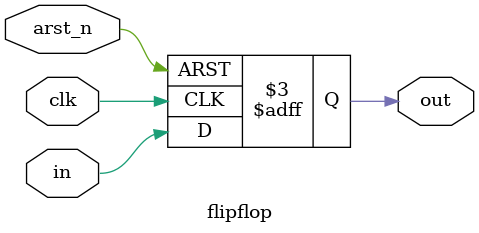
<source format=v>
module flipflop (
    input wire clk,
    input wire arst_n,
    input wire in,
    output reg out
);

    always @(posedge clk or negedge arst_n) begin
        if (!arst_n) out <= 1'b0;
        else         out <= in;
    end

endmodule
</source>
